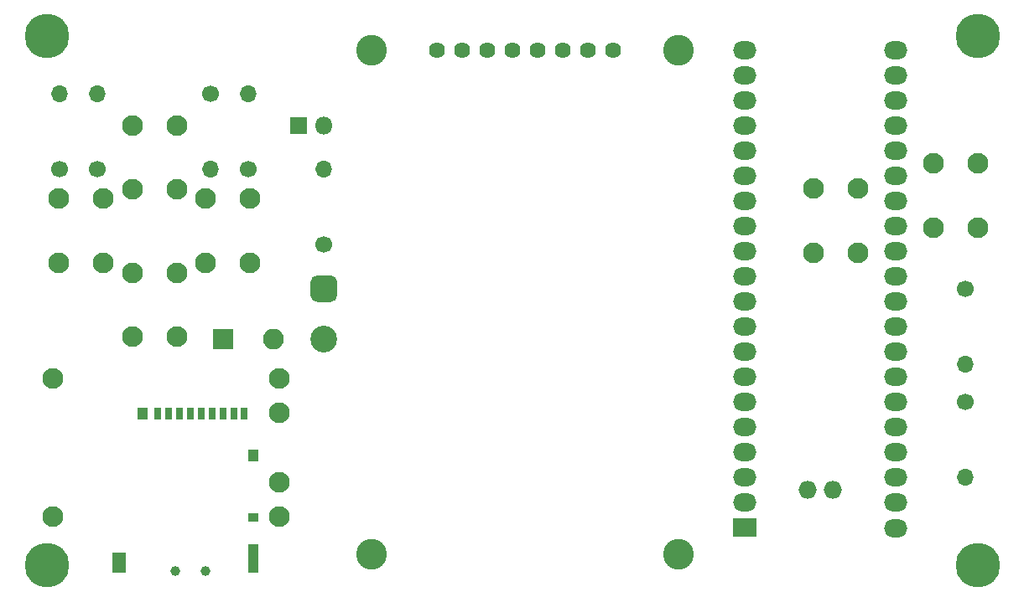
<source format=gbr>
%TF.GenerationSoftware,KiCad,Pcbnew,(5.1.6)-1*%
%TF.CreationDate,2020-07-05T00:12:07+01:00*%
%TF.ProjectId,tetris,74657472-6973-42e6-9b69-6361645f7063,rev?*%
%TF.SameCoordinates,PX26c1e00PY65bcec0*%
%TF.FileFunction,Soldermask,Bot*%
%TF.FilePolarity,Negative*%
%FSLAX46Y46*%
G04 Gerber Fmt 4.6, Leading zero omitted, Abs format (unit mm)*
G04 Created by KiCad (PCBNEW (5.1.6)-1) date 2020-07-05 00:12:07*
%MOMM*%
%LPD*%
G01*
G04 APERTURE LIST*
%ADD10C,1.000000*%
%ADD11C,3.100000*%
%ADD12C,1.624000*%
%ADD13C,4.500000*%
%ADD14C,2.100000*%
%ADD15O,1.700000X1.700000*%
%ADD16C,1.700000*%
%ADD17C,2.700000*%
%ADD18O,1.800000X1.800000*%
%ADD19R,1.800000X1.800000*%
%ADD20R,1.400000X2.000000*%
%ADD21R,1.100000X2.900000*%
%ADD22R,1.100000X0.900000*%
%ADD23R,1.100000X1.300000*%
%ADD24R,0.800000X1.300000*%
%ADD25O,2.100000X2.100000*%
%ADD26R,2.100000X2.100000*%
%ADD27O,1.827200X1.827200*%
%ADD28O,2.350000X1.827200*%
%ADD29R,2.350000X1.827200*%
G04 APERTURE END LIST*
D10*
%TO.C,SW7*%
X18500000Y1920000D03*
X15500000Y1920000D03*
%TD*%
D11*
%TO.C,U2*%
X35300000Y3610000D03*
X66300000Y3610000D03*
X35300000Y54610000D03*
X66300000Y54610000D03*
D12*
X41910000Y54610000D03*
X44450000Y54610000D03*
X46990000Y54610000D03*
X49530000Y54610000D03*
X52070000Y54610000D03*
X54610000Y54610000D03*
X57150000Y54610000D03*
X59690000Y54610000D03*
%TD*%
D13*
%TO.C, *%
X2500000Y56000000D03*
%TD*%
%TO.C, *%
X96500000Y56000000D03*
%TD*%
%TO.C, *%
X96500000Y2500000D03*
%TD*%
%TO.C, *%
X2500000Y2500000D03*
%TD*%
D14*
%TO.C,U3*%
X25950000Y17900000D03*
X25950000Y21400000D03*
X25950000Y10900000D03*
X25950000Y7400000D03*
X3150000Y21400000D03*
X3150000Y7400000D03*
%TD*%
D15*
%TO.C,R7*%
X30480000Y42545000D03*
D16*
X30480000Y34925000D03*
%TD*%
D17*
%TO.C,J3*%
X30480000Y25400000D03*
G36*
G01*
X29805000Y31830000D02*
X31155000Y31830000D01*
G75*
G02*
X31830000Y31155000I0J-675000D01*
G01*
X31830000Y29805000D01*
G75*
G02*
X31155000Y29130000I-675000J0D01*
G01*
X29805000Y29130000D01*
G75*
G02*
X29130000Y29805000I0J675000D01*
G01*
X29130000Y31155000D01*
G75*
G02*
X29805000Y31830000I675000J0D01*
G01*
G37*
%TD*%
D18*
%TO.C,J2*%
X30480000Y46990000D03*
D19*
X27940000Y46990000D03*
%TD*%
D20*
%TO.C,J1*%
X9835000Y2785000D03*
D21*
X23335000Y3235000D03*
D22*
X23335000Y7385000D03*
D23*
X23335000Y13585000D03*
X12185000Y17885000D03*
D24*
X20335000Y17885000D03*
X19235000Y17885000D03*
X18135000Y17885000D03*
X17035000Y17885000D03*
X15935000Y17885000D03*
X14835000Y17885000D03*
X13735000Y17885000D03*
X21435000Y17885000D03*
X22385000Y17885000D03*
%TD*%
D25*
%TO.C,D1*%
X25400000Y25400000D03*
D26*
X20320000Y25400000D03*
%TD*%
D27*
%TO.C,U1*%
X79340000Y10109200D03*
X81880000Y10109200D03*
D28*
X88220000Y6248400D03*
X88220000Y8839200D03*
X88220000Y11379200D03*
X88220000Y13919200D03*
X88220000Y16459200D03*
X88220000Y18999200D03*
X88220000Y21539200D03*
X88220000Y24079200D03*
X88220000Y26619200D03*
X88220000Y29159200D03*
X88220000Y31699200D03*
X88220000Y34239200D03*
X88220000Y36779200D03*
X88220000Y39319200D03*
X88220000Y41859200D03*
X88220000Y44399200D03*
X88220000Y46939200D03*
X88220000Y49479200D03*
X88220000Y52019200D03*
X88220000Y54559200D03*
X72980000Y54559200D03*
X72980000Y52019200D03*
X72980000Y49479200D03*
X72980000Y46939200D03*
X72980000Y44399200D03*
X72980000Y41859200D03*
X72980000Y39319200D03*
X72980000Y36779200D03*
X72980000Y34239200D03*
X72980000Y31699200D03*
X72980000Y29159200D03*
X72980000Y26619200D03*
X72980000Y24079200D03*
X72980000Y21539200D03*
X72980000Y18999200D03*
X72980000Y16459200D03*
X72980000Y13919200D03*
X72980000Y11379200D03*
X72980000Y8839200D03*
D29*
X72980000Y6299200D03*
%TD*%
D16*
%TO.C,R6*%
X95250000Y30480000D03*
D15*
X95250000Y22860000D03*
%TD*%
D16*
%TO.C,R5*%
X95250000Y19050000D03*
D15*
X95250000Y11430000D03*
%TD*%
D14*
%TO.C,SW6*%
X92030000Y43170000D03*
X96530000Y43170000D03*
X92030000Y36670000D03*
X96530000Y36670000D03*
%TD*%
%TO.C,SW5*%
X79910000Y40630000D03*
X84410000Y40630000D03*
X79910000Y34130000D03*
X84410000Y34130000D03*
%TD*%
%TO.C,SW4*%
X23030000Y33100000D03*
X18530000Y33100000D03*
X23030000Y39600000D03*
X18530000Y39600000D03*
%TD*%
%TO.C,SW3*%
X15630000Y40500000D03*
X11130000Y40500000D03*
X15630000Y47000000D03*
X11130000Y47000000D03*
%TD*%
%TO.C,SW2*%
X15630000Y25600000D03*
X11130000Y25600000D03*
X15630000Y32100000D03*
X11130000Y32100000D03*
%TD*%
%TO.C,SW1*%
X8230000Y33100000D03*
X3730000Y33100000D03*
X8230000Y39600000D03*
X3730000Y39600000D03*
%TD*%
D16*
%TO.C,R4*%
X19050000Y50165000D03*
D15*
X19050000Y42545000D03*
%TD*%
D16*
%TO.C,R3*%
X22860000Y42545000D03*
D15*
X22860000Y50165000D03*
%TD*%
%TO.C,R2*%
X3810000Y50165000D03*
D16*
X3810000Y42545000D03*
%TD*%
%TO.C,R1*%
X7620000Y42545000D03*
D15*
X7620000Y50165000D03*
%TD*%
M02*

</source>
